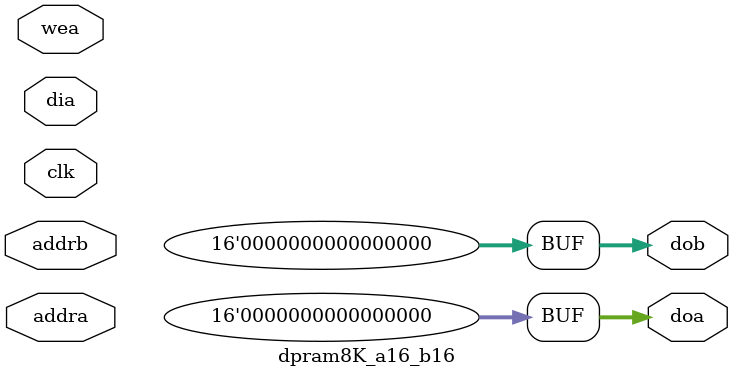
<source format=v>
`timescale 1ns / 1ps
module dpram8K_a16_b16(
    input          clk,
    input          wea,
    input  [11:0]  addra,
    input  [15:0]  dia,
    output [15:0]  doa,
    input  [11:0]  addrb,
    output [15:0]  dob
    );
assign doa = 0;
assign dob = 0;

/*
Adjust_Memory dpram2 (
  .clka(clk), .wea(wea),  .addra(addra), .dina(dia), .douta(doa),   
  .clkb(clk), .web(1'b0), .addrb(addrb), .dinb(),    .doutb(dob) );
*/
endmodule
/*
module dpram8K_a16_b16(
    input          clk,
    input          wea,
    input  [12:0]  addra,
    input  [15:0]  dia,
    output [15:0]  doa,
    input  [12:0]  addrb,
    output [15:0]  dob
    );

wire [15:0] doa_sel0, doa_sel1, doa_sel2, doa_sel3; 
reg  [15:0] doa_r ;
reg   [1:0] addra_r; 

assign doa = doa_r;
always @(posedge clk)
begin
	addra_r <= addra[1:0];
end

always @(addra_r[1:0])
      case (addra_r[1:0])
         2'b00: begin
            doa_r      = doa_sel0;
            end
         2'b01: begin
            doa_r      = doa_sel1;
            end
         2'b10: begin
            doa_r      = doa_sel2;
            end
         2'b11: begin
            doa_r      = doa_sel3;
            end
      endcase	
		
wire [15:0] wea_sel;

assign  wea_sel[0]  = wea && (!addra[1] && !addra[0]);
assign  wea_sel[1]  = wea && (!addra[1] &&  addra[0]);
assign  wea_sel[2]  = wea && ( addra[1] && !addra[0]);
assign  wea_sel[3]  = wea && ( addra[1] &&  addra[0]); 

wire [15:0] dob_sel0, dob_sel1, dob_sel2, dob_sel3;
reg  [15:0] dob_r;
reg   [1:0] addrb_r;

assign dob = dob_r;
always @(posedge clk)
begin
	addrb_r <= addrb[1:0];
end
	
always @(addrb_r)
      case (addrb_r)
         2'b00: begin
            dob_r      = dob_sel0;
            end
         2'b01: begin
            dob_r      = dob_sel1;
            end
         2'b10: begin
            dob_r      = dob_sel2;
            end
         2'b11: begin
            dob_r      = dob_sel3;
            end            
      endcase		

dpram2K_a8_b8 dpram0 (
  .clka(clk),	.wea(wea_sel[0]),	.addra(addra[12:2]),	.dina(dia[7:0]),	.douta(doa_sel0[7:0]),
  .clkb(clk),  .web(1'b0),       .addrb(addrb[12:2]), .dinb(),          .doutb(dob_sel0[7:0])  );

dpram2K_a8_b8 dpram1 (
  .clka(clk),  .wea(wea_sel[0]), .addra(addra[12:2]), .dina(dia[15:8]), .douta(doa_sel0[15:8]), 
  .clkb(clk),  .web(1'b0),       .addrb(addrb[12:2]), .dinb(),          .doutb(dob_sel0[15:8]) );

dpram2K_a8_b8 dpram2 (
  .clka(clk),  .wea(wea_sel[1]), .addra(addra[12:2]), .dina(dia[7:0]),  .douta(doa_sel1[7:0]),
  .clkb(clk),  .web(1'b0),       .addrb(addrb[12:2]), .dinb(),          .doutb(dob_sel1[7:0]) );

dpram2K_a8_b8 dpram3 (
  .clka(clk), .wea(wea_sel[1]),  .addra(addra[12:2]), .dina(dia[15:8]), .douta(doa_sel1[15:8]),
  .clkb(clk), .web(1'b0),        .addrb(addrb[12:2]), .dinb(),          .doutb(dob_sel1[15:8]) );

dpram2K_a8_b8 dpram4 (
  .clka(clk), .wea(wea_sel[2]),  .addra(addra[12:2]), .dina(dia[7:0]),  .douta(doa_sel2[7:0]),
  .clkb(clk), .web(1'b0),        .addrb(addrb[12:2]), .dinb(),          .doutb(dob_sel2[7:0]) );

dpram2K_a8_b8 dpram5 (
  .clka(clk), .wea(wea_sel[2]),  .addra(addra[12:2]), .dina(dia[15:8]), .douta(doa_sel2[15:8]),  
  .clkb(clk), .web(1'b0),        .addrb(addrb[12:2]), .dinb(),          .doutb(dob_sel2[15:8]) );

dpram2K_a8_b8 dpram6 (
  .clka(clk), .wea(wea_sel[3]),  .addra(addra[12:2]), .dina(dia[7:0]),  .douta(doa_sel3[7:0]), 
  .clkb(clk), .web(1'b0),        .addrb(addrb[12:2]), .dinb(),          .doutb(dob_sel3[7:0]) );

dpram2K_a8_b8 dpram7 (
  .clka(clk), .wea(wea_sel[3]),  .addra(addra[12:2]), .dina(dia[15:8]), .douta(doa_sel3[15:8]),   
  .clkb(clk), .web(1'b0),        .addrb(addrb[12:2]), .dinb(),          .doutb(dob_sel3[15:8]) );

endmodule
*/


</source>
